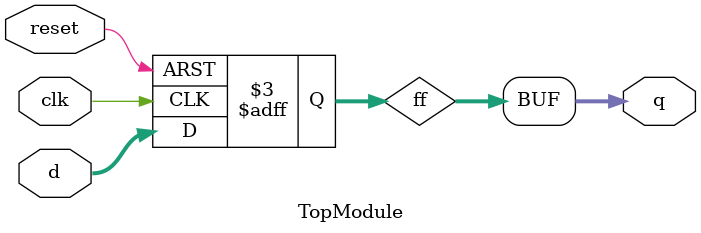
<source format=sv>

module TopModule (
  input clk,
  input [7:0] d,
  input reset,
  output reg [7:0] q
);

  // Declare internal registers for each D flip-flop
  reg [7:0] ff;

  always @(posedge clk or posedge reset) begin
    if (reset) begin
      // Synchronous reset: set all outputs to zero
      ff <= 8'b00000000;
    end else begin
      // On positive edge of clock, load input d into flip-flops
      ff <= d;
    end
  end

  // Assign the internal register values to output
  always @(*) begin
    q = ff;
  end

endmodule

// VERILOG-EVAL: errant inclusion of module definition

</source>
